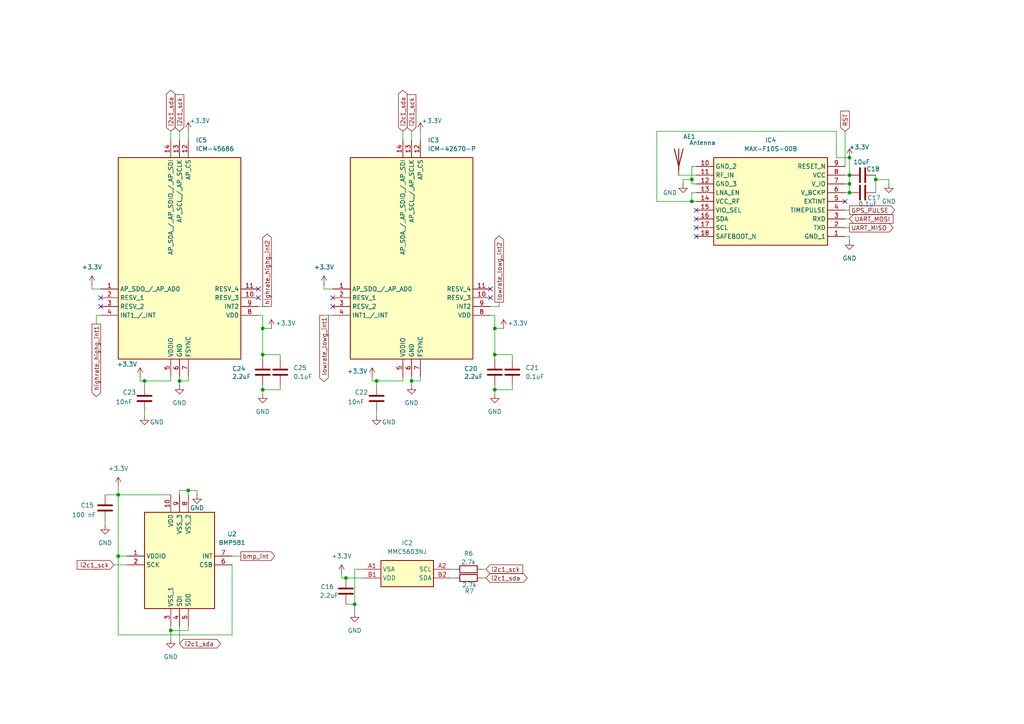
<source format=kicad_sch>
(kicad_sch (version 20250114) (generator "eeschema") (generator_version "9.0")
  (paper "A4")
  (lib_symbols
    (symbol "BMP581:BMP581"
      (property "Reference" "U" (at 26.67 17.78 0))
      (property "Value" "BMP581" (at 26.67 15.24 0))
      (symbol "BMP581_1_1"
        (rectangle (start 5.08 12.7) (end 25.4 -15.24) (stroke (width 0.254)) (fill (type background)))
        (pin passive line (at 0 0 0) (length 5.08) (name "VDDIO") (number "1"))
        (pin passive line (at 0 -2.54 0) (length 5.08) (name "SCK") (number "2"))
        (pin passive line (at 12.7 17.78 270) (length 5.08) (name "VDD") (number "10"))
        (pin passive line (at 12.7 -20.32 90) (length 5.08) (name "VSS_1") (number "3"))
        (pin passive line (at 15.24 17.78 270) (length 5.08) (name "VSS_3") (number "9"))
        (pin passive line (at 15.24 -20.32 90) (length 5.08) (name "SDI") (number "4"))
        (pin passive line (at 17.78 17.78 270) (length 5.08) (name "VSS_2") (number "8"))
        (pin passive line (at 17.78 -20.32 90) (length 5.08) (name "SDO") (number "5"))
        (pin passive line (at 30.48 0 180) (length 5.08) (name "INT") (number "7"))
        (pin passive line (at 30.48 -2.54 180) (length 5.08) (name "CSB") (number "6"))
      )
    )
    (symbol "Device:Antenna" (pin_numbers (hide yes)) (pin_names (offset 1.016) (hide yes))
      (property "Reference" "AE" (at -1.905 1.905 0))
      (property "Value" "Antenna" (at -1.905 0 0))
      (symbol "Antenna_0_1"
        (polyline (pts (xy 0 2.54) (xy 0 -3.81)) (stroke (width 0.254)))
        (polyline (pts (xy 1.27 2.54) (xy 0 -2.54) (xy -1.27 2.54)) (stroke (width 0.254)))
      )
      (symbol "Antenna_1_1"
        (pin input line (at 0 -5.08 90) (length 2.54) (name "A") (number "1"))
      )
    )
    (symbol "Device:C" (pin_numbers (hide yes)) (pin_names (offset 0.254))
      (property "Reference" "C" (at 0.635 2.54 0))
      (property "Value" "C" (at 0.635 -2.54 0))
      (symbol "C_0_1"
        (polyline (pts (xy -2.032 0.762) (xy 2.032 0.762)) (stroke (width 0.508)))
        (polyline (pts (xy -2.032 -0.762) (xy 2.032 -0.762)) (stroke (width 0.508)))
      )
      (symbol "C_1_1"
        (pin passive line (at 0 3.81 270) (length 2.794) (name "~") (number "1"))
        (pin passive line (at 0 -3.81 90) (length 2.794) (name "~") (number "2"))
      )
    )
    (symbol "Device:R" (pin_numbers (hide yes)) (pin_names (offset 0))
      (property "Reference" "R" (at 2.032 0 90))
      (property "Value" "R" (at 0 0 90))
      (symbol "R_0_1"
        (rectangle (start -1.016 -2.54) (end 1.016 2.54) (stroke (width 0.254)))
      )
      (symbol "R_1_1"
        (pin passive line (at 0 3.81 270) (length 1.27) (name "~") (number "1"))
        (pin passive line (at 0 -3.81 90) (length 1.27) (name "~") (number "2"))
      )
    )
    (symbol "ICM-42670-P:ICM-42670-P"
      (property "Reference" "IC" (at 41.91 43.18 0))
      (property "Value" "ICM-42670-P" (at 41.91 40.64 0))
      (symbol "ICM-42670-P_1_1"
        (rectangle (start 5.08 38.1) (end 40.64 -20.32) (stroke (width 0.254)) (fill (type background)))
        (pin passive line (at 0 0 0) (length 5.08) (name "AP_SDO_/_AP_AD0") (number "1"))
        (pin passive line (at 0 -2.54 0) (length 5.08) (name "RESV_1") (number "2"))
        (pin passive line (at 0 -5.08 0) (length 5.08) (name "RESV_2") (number "3"))
        (pin passive line (at 0 -7.62 0) (length 5.08) (name "INT1_/_INT") (number "4"))
        (pin passive line (at 20.32 43.18 270) (length 5.08) (name "AP_SDA_/_AP_SDIO_/_AP_SDI") (number "14"))
        (pin passive line (at 20.32 -25.4 90) (length 5.08) (name "VDDIO") (number "5"))
        (pin passive line (at 22.86 43.18 270) (length 5.08) (name "AP_SCL_/_AP_SCLK") (number "13"))
        (pin passive line (at 22.86 -25.4 90) (length 5.08) (name "GND") (number "6"))
        (pin passive line (at 25.4 43.18 270) (length 5.08) (name "AP_CS") (number "12"))
        (pin passive line (at 25.4 -25.4 90) (length 5.08) (name "FSYNC") (number "7"))
        (pin passive line (at 45.72 0 180) (length 5.08) (name "RESV_4") (number "11"))
        (pin passive line (at 45.72 -2.54 180) (length 5.08) (name "RESV_3") (number "10"))
        (pin passive line (at 45.72 -5.08 180) (length 5.08) (name "INT2") (number "9"))
        (pin passive line (at 45.72 -7.62 180) (length 5.08) (name "VDD") (number "8"))
      )
    )
    (symbol "MAX-F10S-00B:MAX-F10S-00B"
      (property "Reference" "IC" (at 39.37 7.62 0))
      (property "Value" "MAX-F10S-00B" (at 39.37 5.08 0))
      (symbol "MAX-F10S-00B_1_1"
        (rectangle (start 5.08 2.54) (end 38.1 -22.86) (stroke (width 0.254)) (fill (type background)))
        (pin passive line (at 0 0 0) (length 5.08) (name "GND_2") (number "10"))
        (pin passive line (at 0 -2.54 0) (length 5.08) (name "RF_IN") (number "11"))
        (pin passive line (at 0 -5.08 0) (length 5.08) (name "GND_3") (number "12"))
        (pin passive line (at 0 -7.62 0) (length 5.08) (name "LNA_EN") (number "13"))
        (pin passive line (at 0 -10.16 0) (length 5.08) (name "VCC_RF") (number "14"))
        (pin passive line (at 0 -12.7 0) (length 5.08) (name "VIO_SEL") (number "15"))
        (pin passive line (at 0 -15.24 0) (length 5.08) (name "SDA") (number "16"))
        (pin passive line (at 0 -17.78 0) (length 5.08) (name "SCL") (number "17"))
        (pin passive line (at 0 -20.32 0) (length 5.08) (name "SAFEBOOT_N") (number "18"))
        (pin passive line (at 43.18 0 180) (length 5.08) (name "RESET_N") (number "9"))
        (pin passive line (at 43.18 -2.54 180) (length 5.08) (name "VCC") (number "8"))
        (pin passive line (at 43.18 -5.08 180) (length 5.08) (name "V_IO") (number "7"))
        (pin passive line (at 43.18 -7.62 180) (length 5.08) (name "V_BCKP") (number "6"))
        (pin passive line (at 43.18 -10.16 180) (length 5.08) (name "EXTINT") (number "5"))
        (pin passive line (at 43.18 -12.7 180) (length 5.08) (name "TIMEPULSE") (number "4"))
        (pin passive line (at 43.18 -15.24 180) (length 5.08) (name "RXD") (number "3"))
        (pin passive line (at 43.18 -17.78 180) (length 5.08) (name "TXD") (number "2"))
        (pin passive line (at 43.18 -20.32 180) (length 5.08) (name "GND_1") (number "1"))
      )
    )
    (symbol "MMC5603NJ:MMC5603NJ"
      (property "Reference" "IC" (at 21.59 7.62 0))
      (property "Value" "MMC5603NJ" (at 21.59 5.08 0))
      (symbol "MMC5603NJ_1_1"
        (rectangle (start 5.08 2.54) (end 20.32 -5.08) (stroke (width 0.254)) (fill (type background)))
        (pin passive line (at 0 0 0) (length 5.08) (name "VSA") (number "A1"))
        (pin passive line (at 0 -2.54 0) (length 5.08) (name "VDD") (number "B1"))
        (pin passive line (at 25.4 0 180) (length 5.08) (name "SCL") (number "A2"))
        (pin passive line (at 25.4 -2.54 180) (length 5.08) (name "SDA") (number "B2"))
      )
    )
    (symbol "power:+3.3V" (power) (pin_numbers (hide yes)) (pin_names (offset 0) (hide yes))
      (property "Value" "+3.3V" (at 0 3.556 0))
      (symbol "+3.3V_0_1"
        (polyline (pts (xy -0.762 1.27) (xy 0 2.54)))
        (polyline (pts (xy 0 2.54) (xy 0.762 1.27)))
        (polyline (pts (xy 0 0) (xy 0 2.54)))
      )
      (symbol "+3.3V_1_1"
        (pin power_in line (at 0 0 90) (length 0) (name "~") (number "1"))
      )
    )
    (symbol "power:GND" (power) (pin_numbers (hide yes)) (pin_names (offset 0) (hide yes))
      (property "Value" "GND" (at 0 -3.81 0))
      (symbol "GND_0_1"
        (polyline (pts (xy 0 0) (xy 0 -1.27) (xy 1.27 -1.27) (xy 0 -2.54) (xy -1.27 -1.27) (xy 0 -1.27)))
      )
      (symbol "GND_1_1"
        (pin power_in line (at 0 0 270) (length 0) (name "~") (number "1"))
      )
    )
  )
  (junction (at 100.33 167.64))
  (junction (at 41.91 110.49))
  (junction (at 143.51 113.03))
  (junction (at 143.51 95.25))
  (junction (at 49.53 182.88))
  (junction (at 34.29 161.29))
  (junction (at 143.51 102.87))
  (junction (at 200.66 58.42))
  (junction (at 76.2 95.25))
  (junction (at 34.29 143.51))
  (junction (at 52.07 110.49))
  (junction (at 246.38 50.8))
  (junction (at 119.38 110.49))
  (junction (at 109.22 110.49))
  (junction (at 246.38 45.72))
  (junction (at 254 52.07))
  (junction (at 200.66 52.07))
  (junction (at 102.87 175.26))
  (junction (at 76.2 113.03))
  (junction (at 76.2 102.87))
  (junction (at 246.38 55.88))
  (junction (at 246.38 53.34))
  (junction (at 54.61 142.24))
  (no_connect (at 142.24 83.82))
  (no_connect (at 201.93 63.5))
  (no_connect (at 245.11 58.42))
  (no_connect (at 29.21 86.36))
  (no_connect (at 142.24 86.36))
  (no_connect (at 201.93 60.96))
  (no_connect (at 96.52 86.36))
  (no_connect (at 201.93 66.04))
  (no_connect (at 74.93 83.82))
  (no_connect (at 74.93 86.36))
  (no_connect (at 29.21 88.9))
  (no_connect (at 201.93 68.58))
  (no_connect (at 96.52 88.9))
  (wire (pts (xy 198.12 53.34) (xy 198.12 52.07)))
  (wire (pts (xy 143.51 111.76) (xy 143.51 113.03)))
  (wire (pts (xy 257.81 53.34) (xy 257.81 52.07)))
  (wire (pts (xy 76.2 113.03) (xy 81.28 113.03)))
  (wire (pts (xy 76.2 95.25) (xy 76.2 91.44)))
  (wire (pts (xy 52.07 109.22) (xy 52.07 110.49)))
  (wire (pts (xy 119.38 110.49) (xy 121.92 110.49)))
  (wire (pts (xy 246.38 55.88) (xy 246.38 53.34)))
  (wire (pts (xy 201.93 58.42) (xy 200.66 58.42)))
  (wire (pts (xy 76.2 104.14) (xy 76.2 102.87)))
  (wire (pts (xy 30.48 151.13) (xy 30.48 152.4)))
  (wire (pts (xy 200.66 58.42) (xy 200.66 55.88)))
  (wire (pts (xy 242.57 38.1) (xy 242.57 45.72)))
  (wire (pts (xy 81.28 102.87) (xy 76.2 102.87)))
  (wire (pts (xy 190.5 38.1) (xy 242.57 38.1)))
  (wire (pts (xy 49.53 182.88) (xy 49.53 185.42)))
  (wire (pts (xy 142.24 91.44) (xy 143.51 91.44)))
  (wire (pts (xy 67.31 161.29) (xy 69.85 161.29)))
  (wire (pts (xy 41.91 111.76) (xy 41.91 110.49)))
  (wire (pts (xy 119.38 109.22) (xy 119.38 110.49)))
  (wire (pts (xy 200.66 58.42) (xy 190.5 58.42)))
  (wire (pts (xy 102.87 177.8) (xy 102.87 175.26)))
  (wire (pts (xy 148.59 102.87) (xy 143.51 102.87)))
  (wire (pts (xy 109.22 120.65) (xy 109.22 119.38)))
  (wire (pts (xy 245.11 38.1) (xy 245.11 48.26)))
  (wire (pts (xy 257.81 52.07) (xy 254 52.07)))
  (wire (pts (xy 49.53 109.22) (xy 49.53 110.49)))
  (wire (pts (xy 130.81 167.64) (xy 132.08 167.64)))
  (wire (pts (xy 81.28 102.87) (xy 81.28 104.14)))
  (wire (pts (xy 116.84 109.22) (xy 116.84 110.49)))
  (wire (pts (xy 200.66 52.07) (xy 200.66 53.34)))
  (wire (pts (xy 76.2 113.03) (xy 76.2 114.3)))
  (wire (pts (xy 52.07 110.49) (xy 54.61 110.49)))
  (wire (pts (xy 100.33 175.26) (xy 102.87 175.26)))
  (wire (pts (xy 201.93 48.26) (xy 200.66 48.26)))
  (wire (pts (xy 148.59 111.76) (xy 148.59 113.03)))
  (wire (pts (xy 245.11 55.88) (xy 246.38 55.88)))
  (wire (pts (xy 52.07 143.51) (xy 52.07 142.24)))
  (wire (pts (xy 109.22 111.76) (xy 109.22 110.49)))
  (wire (pts (xy 102.87 175.26) (xy 102.87 165.1)))
  (wire (pts (xy 57.15 142.24) (xy 54.61 142.24)))
  (wire (pts (xy 52.07 38.1) (xy 52.07 40.64)))
  (wire (pts (xy 26.67 83.82) (xy 29.21 83.82)))
  (wire (pts (xy 93.98 82.55) (xy 93.98 83.82)))
  (wire (pts (xy 76.2 91.44) (xy 74.93 91.44)))
  (wire (pts (xy 200.66 53.34) (xy 201.93 53.34)))
  (wire (pts (xy 254 52.07) (xy 254 55.88)))
  (wire (pts (xy 143.51 95.25) (xy 146.05 95.25)))
  (wire (pts (xy 33.02 163.83) (xy 36.83 163.83)))
  (wire (pts (xy 99.06 167.64) (xy 100.33 167.64)))
  (wire (pts (xy 200.66 48.26) (xy 200.66 52.07)))
  (wire (pts (xy 54.61 142.24) (xy 54.61 143.51)))
  (wire (pts (xy 81.28 111.76) (xy 81.28 113.03)))
  (wire (pts (xy 27.94 93.98) (xy 27.94 91.44)))
  (wire (pts (xy 130.81 165.1) (xy 132.08 165.1)))
  (wire (pts (xy 200.66 55.88) (xy 201.93 55.88)))
  (wire (pts (xy 34.29 161.29) (xy 36.83 161.29)))
  (wire (pts (xy 41.91 110.49) (xy 40.64 110.49)))
  (wire (pts (xy 54.61 110.49) (xy 54.61 109.22)))
  (wire (pts (xy 74.93 88.9) (xy 77.47 88.9)))
  (wire (pts (xy 34.29 143.51) (xy 34.29 161.29)))
  (wire (pts (xy 143.51 95.25) (xy 143.51 91.44)))
  (wire (pts (xy 119.38 110.49) (xy 119.38 111.76)))
  (wire (pts (xy 109.22 110.49) (xy 116.84 110.49)))
  (wire (pts (xy 148.59 104.14) (xy 148.59 102.87)))
  (wire (pts (xy 52.07 142.24) (xy 54.61 142.24)))
  (wire (pts (xy 93.98 91.44) (xy 96.52 91.44)))
  (wire (pts (xy 76.2 95.25) (xy 78.74 95.25)))
  (wire (pts (xy 245.11 63.5) (xy 246.38 63.5)))
  (wire (pts (xy 67.31 163.83) (xy 67.31 184.15)))
  (wire (pts (xy 49.53 182.88) (xy 54.61 182.88)))
  (wire (pts (xy 76.2 111.76) (xy 76.2 113.03)))
  (wire (pts (xy 246.38 50.8) (xy 245.11 50.8)))
  (wire (pts (xy 144.78 88.9) (xy 142.24 88.9)))
  (wire (pts (xy 102.87 165.1) (xy 105.41 165.1)))
  (wire (pts (xy 254 50.8) (xy 254 52.07)))
  (wire (pts (xy 196.85 50.8) (xy 201.93 50.8)))
  (wire (pts (xy 143.51 95.25) (xy 143.51 102.87)))
  (wire (pts (xy 246.38 53.34) (xy 246.38 50.8)))
  (wire (pts (xy 242.57 45.72) (xy 246.38 45.72)))
  (wire (pts (xy 57.15 143.51) (xy 57.15 142.24)))
  (wire (pts (xy 76.2 95.25) (xy 76.2 102.87)))
  (wire (pts (xy 198.12 52.07) (xy 200.66 52.07)))
  (wire (pts (xy 67.31 184.15) (xy 34.29 184.15)))
  (wire (pts (xy 41.91 120.65) (xy 41.91 119.38)))
  (wire (pts (xy 245.11 60.96) (xy 246.38 60.96)))
  (wire (pts (xy 34.29 143.51) (xy 49.53 143.51)))
  (wire (pts (xy 121.92 110.49) (xy 121.92 109.22)))
  (wire (pts (xy 99.06 166.37) (xy 99.06 167.64)))
  (wire (pts (xy 143.51 113.03) (xy 143.51 114.3)))
  (wire (pts (xy 139.7 165.1) (xy 140.97 165.1)))
  (wire (pts (xy 54.61 181.61) (xy 54.61 182.88)))
  (wire (pts (xy 26.67 82.55) (xy 26.67 83.82)))
  (wire (pts (xy 54.61 38.1) (xy 54.61 40.64)))
  (wire (pts (xy 245.11 53.34) (xy 246.38 53.34)))
  (wire (pts (xy 49.53 181.61) (xy 49.53 182.88)))
  (wire (pts (xy 40.64 110.49) (xy 40.64 109.22)))
  (wire (pts (xy 30.48 143.51) (xy 34.29 143.51)))
  (wire (pts (xy 27.94 91.44) (xy 29.21 91.44)))
  (wire (pts (xy 245.11 66.04) (xy 246.38 66.04)))
  (wire (pts (xy 143.51 113.03) (xy 148.59 113.03)))
  (wire (pts (xy 246.38 68.58) (xy 245.11 68.58)))
  (wire (pts (xy 93.98 83.82) (xy 96.52 83.82)))
  (wire (pts (xy 107.95 110.49) (xy 107.95 109.22)))
  (wire (pts (xy 52.07 110.49) (xy 52.07 111.76)))
  (wire (pts (xy 144.78 87.63) (xy 144.78 88.9)))
  (wire (pts (xy 49.53 38.1) (xy 49.53 40.64)))
  (wire (pts (xy 109.22 110.49) (xy 107.95 110.49)))
  (wire (pts (xy 34.29 184.15) (xy 34.29 161.29)))
  (wire (pts (xy 100.33 167.64) (xy 105.41 167.64)))
  (wire (pts (xy 34.29 140.97) (xy 34.29 143.51)))
  (wire (pts (xy 116.84 38.1) (xy 116.84 40.64)))
  (wire (pts (xy 52.07 181.61) (xy 52.07 186.69)))
  (wire (pts (xy 246.38 69.85) (xy 246.38 68.58)))
  (wire (pts (xy 246.38 45.72) (xy 246.38 50.8)))
  (wire (pts (xy 119.38 38.1) (xy 119.38 40.64)))
  (wire (pts (xy 139.7 167.64) (xy 140.97 167.64)))
  (wire (pts (xy 190.5 58.42) (xy 190.5 38.1)))
  (wire (pts (xy 121.92 38.1) (xy 121.92 40.64)))
  (wire (pts (xy 143.51 104.14) (xy 143.51 102.87)))
  (wire (pts (xy 41.91 110.49) (xy 49.53 110.49)))
  (global_label "UART_MISO" (shape output) (at 246.38 66.04 0) (property "Intersheetrefs" "${INTERSHEET_REFS}" (effects (hide yes))))
  (global_label "i2c1_sda" (shape bidirectional) (at 52.07 186.69 0) (property "Intersheetrefs" "${INTERSHEET_REFS}" (effects (hide yes))))
  (global_label "i2c1_sck" (shape input) (at 33.02 163.83 180) (property "Intersheetrefs" "${INTERSHEET_REFS}" (effects (hide yes))))
  (global_label "i2c1_sda" (shape bidirectional) (at 49.53 38.1 90) (property "Intersheetrefs" "${INTERSHEET_REFS}" (effects (hide yes))))
  (global_label "i2c1_sck" (shape input) (at 119.38 38.1 90) (property "Intersheetrefs" "${INTERSHEET_REFS}" (effects (hide yes))))
  (global_label "GPS_PULSE" (shape output) (at 246.38 60.96 0) (property "Intersheetrefs" "${INTERSHEET_REFS}" (effects (hide yes))))
  (global_label "highrate_highg_int2" (shape output) (at 77.47 88.9 90) (property "Intersheetrefs" "${INTERSHEET_REFS}" (effects (hide yes))))
  (global_label "bmp_int" (shape output) (at 69.85 161.29 0) (property "Intersheetrefs" "${INTERSHEET_REFS}" (effects (hide yes))))
  (global_label "lowrate_lowg_int2" (shape output) (at 144.78 87.63 90) (property "Intersheetrefs" "${INTERSHEET_REFS}" (effects (hide yes))))
  (global_label "i2c1_sda" (shape bidirectional) (at 116.84 38.1 90) (property "Intersheetrefs" "${INTERSHEET_REFS}" (effects (hide yes))))
  (global_label "UART_MOSI" (shape input) (at 246.38 63.5 0) (property "Intersheetrefs" "${INTERSHEET_REFS}" (effects (hide yes))))
  (global_label "highrate_highg_int1" (shape output) (at 27.94 93.98 270) (property "Intersheetrefs" "${INTERSHEET_REFS}" (effects (hide yes))))
  (global_label "i2c1_sck" (shape input) (at 140.97 165.1 0) (property "Intersheetrefs" "${INTERSHEET_REFS}" (effects (hide yes))))
  (global_label "i2c1_sda" (shape bidirectional) (at 140.97 167.64 0) (property "Intersheetrefs" "${INTERSHEET_REFS}" (effects (hide yes))))
  (global_label "RST" (shape input) (at 245.11 38.1 90) (property "Intersheetrefs" "${INTERSHEET_REFS}" (effects (hide yes))))
  (global_label "i2c1_sck" (shape input) (at 52.07 38.1 90) (property "Intersheetrefs" "${INTERSHEET_REFS}" (effects (hide yes))))
  (global_label "lowrate_lowg_int1" (shape output) (at 93.98 91.44 270) (property "Intersheetrefs" "${INTERSHEET_REFS}" (effects (hide yes))))
  (symbol (lib_id "power:GND") (at 52.07 111.76 0) (unit 1)
    (property "Reference" "#PWR064" (effects (hide yes)))
    (property "Value" "GND" (at 52.07 116.84 0))
    (property "Description" "Power symbol creates a global label with name \"GND\" , ground" (effects (hide yes)))
  )
  (symbol (lib_id "power:GND") (at 257.81 53.34 0) (unit 1)
    (property "Reference" "#PWR029" (effects (hide yes)))
    (property "Value" "GND" (at 257.81 58.42 0))
    (property "Description" "Power symbol creates a global label with name \"GND\" , ground" (effects (hide yes)))
  )
  (symbol (lib_id "power:GND") (at 198.12 53.34 0) (unit 1)
    (property "Reference" "#PWR028" (effects (hide yes)))
    (property "Value" "GND" (at 194.31 55.88 0))
    (property "Description" "Power symbol creates a global label with name \"GND\" , ground" (effects (hide yes)))
  )
  (symbol (lib_id "Device:C") (at 250.19 55.88 90) (unit 1)
    (property "Reference" "C17" (at 253.492 57.404 90))
    (property "Value" "0.1uF" (at 251.714 59.182 90))
    (property "Footprint" "Capacitor_SMD:C_0402_1005Metric" (effects (hide yes)))
    (property "Description" "Unpolarized capacitor" (effects (hide yes)))
  )
  (symbol (lib_id "power:GND") (at 57.15 143.51 0) (unit 1)
    (property "Reference" "#PWR021" (effects (hide yes)))
    (property "Value" "GND" (at 57.15 147.32 0))
    (property "Description" "Power symbol creates a global label with name \"GND\" , ground" (effects (hide yes)))
  )
  (symbol (lib_id "power:+3.3V") (at 99.06 166.37 0) (unit 1)
    (property "Reference" "#PWR024" (effects (hide yes)))
    (property "Value" "+3.3V" (at 99.06 161.29 0))
    (property "Description" "Power symbol creates a global label with name \"+3.3V\"" (effects (hide yes)))
  )
  (symbol (lib_id "Device:C") (at 30.48 147.32 180) (unit 1)
    (property "Reference" "C15" (at 23.368 146.558 0) (effects (justify right)))
    (property "Value" "100 nF" (at 20.828 149.352 0) (effects (justify right)))
    (property "Footprint" "Capacitor_SMD:C_0402_1005Metric" (effects (hide yes)))
    (property "Description" "Unpolarized capacitor" (effects (hide yes)))
  )
  (symbol (lib_id "ICM-42670-P:ICM-42670-P") (at 29.21 83.82 0) (unit 1)
    (property "Reference" "IC5" (at 56.7533 40.64 0) (effects (justify left)))
    (property "Value" "ICM-45686" (at 56.7533 43.18 0) (effects (justify left)))
    (property "Footprint" "footprints:ICM42670P" (effects (hide yes)))
    (property "Datasheet" "https://3cfeqx1hf82y3xcoull08ihx-wpengine.netdna-ssl.com/wp-content/uploads/2021/07/DS-000451-ICM-42670-P-v1.0.pdf" (effects (hide yes)))
    (property "Description" "IMUs - Inertial Measurement Units Low-Power, Premium Performance 6-Axis MotionTrackingTM IMU with I3C, I2C and SPI interface in 2.5mm x 3mm Package" (effects (hide yes)))
    (property "Mouser Part Number" "410-ICM-42670-P" (effects (hide yes)))
    (property "Mouser Price/Stock" "https://www.mouser.co.uk/ProductDetail/TDK-InvenSense/ICM-42670-P?qs=iLbezkQI%252BsgK8sMF5V7fQQ%3D%3D" (effects (hide yes)))
    (property "Manufacturer_Name" "TDK" (effects (hide yes)))
    (property "Manufacturer_Part_Number" "ICM-42670-P" (effects (hide yes)))
  )
  (symbol (lib_id "Device:C") (at 76.2 107.95 0) (unit 1)
    (property "Reference" "C24" (at 67.31 106.934 0) (effects (justify left)))
    (property "Value" "2.2uF" (at 67.31 109.22 0) (effects (justify left)))
    (property "Footprint" "Capacitor_SMD:C_0603_1608Metric" (effects (hide yes)))
    (property "Description" "Unpolarized capacitor" (effects (hide yes)))
  )
  (symbol (lib_id "power:+3.3V") (at 26.67 82.55 0) (unit 1)
    (property "Reference" "#PWR061" (effects (hide yes)))
    (property "Value" "+3.3V" (at 26.67 77.47 0))
    (property "Description" "Power symbol creates a global label with name \"+3.3V\"" (effects (hide yes)))
  )
  (symbol (lib_id "power:+3.3V") (at 107.95 109.22 0) (unit 1)
    (property "Reference" "#PWR037" (effects (hide yes)))
    (property "Value" "+3.3V" (at 103.632 107.696 0))
    (property "Description" "Power symbol creates a global label with name \"+3.3V\"" (effects (hide yes)))
  )
  (symbol (lib_id "power:+3.3V") (at 146.05 95.25 0) (unit 1)
    (property "Reference" "#PWR034" (effects (hide yes)))
    (property "Value" "+3.3V" (at 150.114 93.726 0))
    (property "Description" "Power symbol creates a global label with name \"+3.3V\"" (effects (hide yes)))
  )
  (symbol (lib_id "Device:C") (at 143.51 107.95 0) (unit 1)
    (property "Reference" "C20" (at 134.62 106.934 0) (effects (justify left)))
    (property "Value" "2.2uF" (at 134.62 109.22 0) (effects (justify left)))
    (property "Footprint" "Capacitor_SMD:C_0603_1608Metric" (effects (hide yes)))
    (property "Description" "Unpolarized capacitor" (effects (hide yes)))
  )
  (symbol (lib_id "MMC5603NJ:MMC5603NJ") (at 105.41 165.1 0) (unit 1)
    (property "Reference" "IC2" (at 118.11 157.48 0))
    (property "Value" "MMC5603NJ" (at 118.11 160.02 0))
    (property "Footprint" "footprints:MMC5603NJ" (effects (hide yes)))
    (property "Datasheet" "https://www.mouser.de/datasheet/2/821/Memsic_09102019_MMC5603NJ_Datasheet_Rev.B-1635324.pdf" (effects (hide yes)))
    (property "Description" "Magnetic Sensors SMD RoHS" (effects (hide yes)))
    (property "Height" "0.6" (effects (hide yes)))
    (property "Mouser Part Number" "438-MMC5603NJ" (effects (hide yes)))
    (property "Mouser Price/Stock" "https://www.mouser.co.uk/ProductDetail/MEMSIC/MMC5603NJ?qs=B6kkDfuK7%2FDOubZFFHvcXw%3D%3D" (effects (hide yes)))
    (property "Manufacturer_Name" "MEMSIC" (effects (hide yes)))
    (property "Manufacturer_Part_Number" "MMC5603NJ" (effects (hide yes)))
  )
  (symbol (lib_id "Device:C") (at 250.19 50.8 90) (unit 1)
    (property "Reference" "C18" (at 253.238 49.022 90))
    (property "Value" "10uF" (at 249.936 46.99 90))
    (property "Footprint" "Capacitor_SMD:C_0603_1608Metric" (effects (hide yes)))
    (property "Description" "Unpolarized capacitor" (effects (hide yes)))
  )
  (symbol (lib_id "Device:R") (at 135.89 167.64 90) (unit 1)
    (property "Reference" "R7" (at 136.144 171.45 90))
    (property "Value" "2.7k" (at 136.144 169.672 90))
    (property "Footprint" "Resistor_SMD:R_0402_1005Metric" (effects (hide yes)))
    (property "Description" "Resistor" (effects (hide yes)))
  )
  (symbol (lib_id "Device:C") (at 41.91 115.57 0) (unit 1)
    (property "Reference" "C23" (at 35.56 113.792 0) (effects (justify left)))
    (property "Value" "10nF" (at 33.528 116.586 0) (effects (justify left)))
    (property "Footprint" "Capacitor_SMD:C_0402_1005Metric" (effects (hide yes)))
    (property "Description" "Unpolarized capacitor" (effects (hide yes)))
  )
  (symbol (lib_id "power:+3.3V") (at 246.38 45.72 0) (unit 1)
    (property "Reference" "#PWR030" (effects (hide yes)))
    (property "Value" "+3.3V" (at 249.174 42.672 0))
    (property "Description" "Power symbol creates a global label with name \"+3.3V\"" (effects (hide yes)))
  )
  (symbol (lib_id "power:GND") (at 30.48 152.4 0) (unit 1)
    (property "Reference" "#PWR020" (effects (hide yes)))
    (property "Value" "GND" (at 30.48 157.48 0))
    (property "Description" "Power symbol creates a global label with name \"GND\" , ground" (effects (hide yes)))
  )
  (symbol (lib_id "power:GND") (at 102.87 177.8 0) (unit 1)
    (property "Reference" "#PWR023" (effects (hide yes)))
    (property "Value" "GND" (at 102.87 182.88 0))
    (property "Description" "Power symbol creates a global label with name \"GND\" , ground" (effects (hide yes)))
  )
  (symbol (lib_id "Device:C") (at 100.33 171.45 180) (unit 1)
    (property "Reference" "C16" (at 92.964 170.18 0) (effects (justify right)))
    (property "Value" "2.2uF" (at 92.71 172.72 0) (effects (justify right)))
    (property "Footprint" "Capacitor_SMD:C_0603_1608Metric" (effects (hide yes)))
    (property "Description" "Unpolarized capacitor" (effects (hide yes)))
  )
  (symbol (lib_id "power:GND") (at 119.38 111.76 0) (unit 1)
    (property "Reference" "#PWR036" (effects (hide yes)))
    (property "Value" "GND" (at 119.38 116.84 0))
    (property "Description" "Power symbol creates a global label with name \"GND\" , ground" (effects (hide yes)))
  )
  (symbol (lib_id "power:+3.3V") (at 78.74 95.25 0) (unit 1)
    (property "Reference" "#PWR067" (effects (hide yes)))
    (property "Value" "+3.3V" (at 82.804 93.726 0))
    (property "Description" "Power symbol creates a global label with name \"+3.3V\"" (effects (hide yes)))
  )
  (symbol (lib_id "power:+3.3V") (at 93.98 82.55 0) (unit 1)
    (property "Reference" "#PWR039" (effects (hide yes)))
    (property "Value" "+3.3V" (at 93.98 77.47 0))
    (property "Description" "Power symbol creates a global label with name \"+3.3V\"" (effects (hide yes)))
  )
  (symbol (lib_id "power:GND") (at 76.2 114.3 0) (unit 1)
    (property "Reference" "#PWR066" (effects (hide yes)))
    (property "Value" "GND" (at 76.2 119.38 0))
    (property "Description" "Power symbol creates a global label with name \"GND\" , ground" (effects (hide yes)))
  )
  (symbol (lib_id "Device:Antenna") (at 196.85 45.72 0) (unit 1)
    (property "Reference" "AE1" (at 198.12 39.624 0) (effects (justify left)))
    (property "Value" "Antenna" (at 199.898 41.402 0) (effects (justify left)))
    (property "Description" "Antenna" (effects (hide yes)))
  )
  (symbol (lib_id "power:GND") (at 49.53 185.42 0) (unit 1)
    (property "Reference" "#PWR022" (effects (hide yes)))
    (property "Value" "GND" (at 49.53 190.5 0))
    (property "Description" "Power symbol creates a global label with name \"GND\" , ground" (effects (hide yes)))
  )
  (symbol (lib_id "power:GND") (at 246.38 69.85 0) (unit 1)
    (property "Reference" "#PWR027" (effects (hide yes)))
    (property "Value" "GND" (at 246.38 74.93 0))
    (property "Description" "Power symbol creates a global label with name \"GND\" , ground" (effects (hide yes)))
  )
  (symbol (lib_id "MAX-F10S-00B:MAX-F10S-00B") (at 201.93 48.26 0) (unit 1)
    (property "Reference" "IC4" (at 223.52 40.64 0))
    (property "Value" "MAX-F10S-00B" (at 223.52 43.18 0))
    (property "Footprint" "footprints:MAXF10S00B" (effects (hide yes)))
    (property "Datasheet" "https://www.mouser.ph/ProductDetail/u-blox/MAX-F10S-00B?qs=By6Nw2ByBD2CW%252Biwf2Kjow%3D%3D" (effects (hide yes)))
    (property "Description" "GNSS / GPS Modules L1/L5 dual-band GNSS receiver for meter-level accuracy in urban environments" (effects (hide yes)))
    (property "Height" "2.7" (effects (hide yes)))
    (property "Mouser Part Number" "377-MAX-F10S-00B" (effects (hide yes)))
    (property "Mouser Price/Stock" "https://www.mouser.co.uk/ProductDetail/u-blox/MAX-F10S-00B?qs=By6Nw2ByBD2CW%252Biwf2Kjow%3D%3D" (effects (hide yes)))
    (property "Manufacturer_Name" "u-blox" (effects (hide yes)))
    (property "Manufacturer_Part_Number" "MAX-F10S-00B" (effects (hide yes)))
  )
  (symbol (lib_id "power:+3.3V") (at 54.61 38.1 0) (unit 1)
    (property "Reference" "#PWR065" (effects (hide yes)))
    (property "Value" "+3.3V" (at 57.912 35.052 0))
    (property "Description" "Power symbol creates a global label with name \"+3.3V\"" (effects (hide yes)))
  )
  (symbol (lib_id "power:+3.3V") (at 121.92 38.1 0) (unit 1)
    (property "Reference" "#PWR038" (effects (hide yes)))
    (property "Value" "+3.3V" (at 125.222 35.052 0))
    (property "Description" "Power symbol creates a global label with name \"+3.3V\"" (effects (hide yes)))
  )
  (symbol (lib_id "Device:R") (at 135.89 165.1 90) (unit 1)
    (property "Reference" "R6" (at 135.89 160.528 90))
    (property "Value" "2.7k" (at 135.89 163.068 90))
    (property "Footprint" "Resistor_SMD:R_0402_1005Metric" (effects (hide yes)))
    (property "Description" "Resistor" (effects (hide yes)))
  )
  (symbol (lib_id "power:GND") (at 41.91 120.65 0) (unit 1)
    (property "Reference" "#PWR063" (effects (hide yes)))
    (property "Value" "GND" (at 45.466 122.428 0))
    (property "Description" "Power symbol creates a global label with name \"GND\" , ground" (effects (hide yes)))
  )
  (symbol (lib_id "power:GND") (at 109.22 120.65 0) (unit 1)
    (property "Reference" "#PWR035" (effects (hide yes)))
    (property "Value" "GND" (at 112.776 122.428 0))
    (property "Description" "Power symbol creates a global label with name \"GND\" , ground" (effects (hide yes)))
  )
  (symbol (lib_id "Device:C") (at 148.59 107.95 0) (unit 1)
    (property "Reference" "C21" (at 152.4 106.6799 0) (effects (justify left)))
    (property "Value" "0.1uF" (at 152.4 109.2199 0) (effects (justify left)))
    (property "Footprint" "Capacitor_SMD:C_0402_1005Metric" (effects (hide yes)))
    (property "Description" "Unpolarized capacitor" (effects (hide yes)))
  )
  (symbol (lib_id "power:GND") (at 143.51 114.3 0) (unit 1)
    (property "Reference" "#PWR033" (effects (hide yes)))
    (property "Value" "GND" (at 143.51 119.38 0))
    (property "Description" "Power symbol creates a global label with name \"GND\" , ground" (effects (hide yes)))
  )
  (symbol (lib_id "Device:C") (at 81.28 107.95 0) (unit 1)
    (property "Reference" "C25" (at 85.09 106.6799 0) (effects (justify left)))
    (property "Value" "0.1uF" (at 85.09 109.2199 0) (effects (justify left)))
    (property "Footprint" "Capacitor_SMD:C_0402_1005Metric" (effects (hide yes)))
    (property "Description" "Unpolarized capacitor" (effects (hide yes)))
  )
  (symbol (lib_id "power:+3.3V") (at 40.64 109.22 0) (unit 1)
    (property "Reference" "#PWR062" (effects (hide yes)))
    (property "Value" "+3.3V" (at 36.83 105.664 0))
    (property "Description" "Power symbol creates a global label with name \"+3.3V\"" (effects (hide yes)))
  )
  (symbol (lib_id "ICM-42670-P:ICM-42670-P") (at 96.52 83.82 0) (unit 1)
    (property "Reference" "IC3" (at 124.0633 40.64 0) (effects (justify left)))
    (property "Value" "ICM-42670-P" (at 124.0633 43.18 0) (effects (justify left)))
    (property "Footprint" "footprints:ICM42670P" (effects (hide yes)))
    (property "Datasheet" "https://3cfeqx1hf82y3xcoull08ihx-wpengine.netdna-ssl.com/wp-content/uploads/2021/07/DS-000451-ICM-42670-P-v1.0.pdf" (effects (hide yes)))
    (property "Description" "IMUs - Inertial Measurement Units Low-Power, Premium Performance 6-Axis MotionTrackingTM IMU with I3C, I2C and SPI interface in 2.5mm x 3mm Package" (effects (hide yes)))
    (property "Mouser Part Number" "410-ICM-42670-P" (effects (hide yes)))
    (property "Mouser Price/Stock" "https://www.mouser.co.uk/ProductDetail/TDK-InvenSense/ICM-42670-P?qs=iLbezkQI%252BsgK8sMF5V7fQQ%3D%3D" (effects (hide yes)))
    (property "Manufacturer_Name" "TDK" (effects (hide yes)))
    (property "Manufacturer_Part_Number" "ICM-42670-P" (effects (hide yes)))
  )
  (symbol (lib_id "power:+3.3V") (at 34.29 140.97 0) (unit 1)
    (property "Reference" "#PWR019" (effects (hide yes)))
    (property "Value" "+3.3V" (at 34.29 135.89 0))
    (property "Description" "Power symbol creates a global label with name \"+3.3V\"" (effects (hide yes)))
  )
  (symbol (lib_id "Device:C") (at 109.22 115.57 0) (unit 1)
    (property "Reference" "C22" (at 102.87 113.792 0) (effects (justify left)))
    (property "Value" "10nF" (at 100.838 116.586 0) (effects (justify left)))
    (property "Footprint" "Capacitor_SMD:C_0402_1005Metric" (effects (hide yes)))
    (property "Description" "Unpolarized capacitor" (effects (hide yes)))
  )
  (symbol (lib_id "BMP581:BMP581") (at 36.83 161.29 0) (unit 1)
    (property "Reference" "U2" (at 67.31 154.8698 0))
    (property "Value" "BMP581" (at 67.31 157.4098 0))
    (property "Footprint" "footprints:BMP581" (effects (hide yes)))
    (property "Datasheet" "https://www.bosch-sensortec.com/media/boschsensortec/downloads/datasheets/bst-bmp581-ds004.pdf" (effects (hide yes)))
    (property "Description" "Pressure Sensor 4.35PSI ~ 18.13PSI (30kPa ~ 125kPa) Absolute 10-WFLGA" (effects (hide yes)))
    (property "Height" "0.8" (effects (hide yes)))
    (property "Mouser Part Number" "262-BMP581" (effects (hide yes)))
    (property "Mouser Price/Stock" "https://www.mouser.co.uk/ProductDetail/Bosch-Sensortec/BMP581?qs=Li%252BoUPsLEntPL9tlFmcgXg%3D%3D" (effects (hide yes)))
    (property "Manufacturer_Name" "BOSCH" (effects (hide yes)))
    (property "Manufacturer_Part_Number" "BMP581" (effects (hide yes)))
  )
)
</source>
